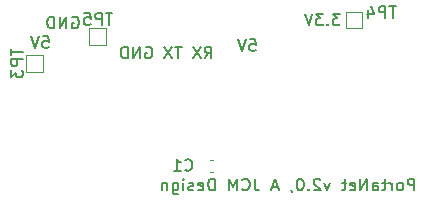
<source format=gbr>
G04 #@! TF.GenerationSoftware,KiCad,Pcbnew,6.0.4+dfsg-1*
G04 #@! TF.CreationDate,2022-03-26T10:07:46-04:00*
G04 #@! TF.ProjectId,PortaNet,506f7274-614e-4657-942e-6b696361645f,rev?*
G04 #@! TF.SameCoordinates,Original*
G04 #@! TF.FileFunction,Legend,Bot*
G04 #@! TF.FilePolarity,Positive*
%FSLAX46Y46*%
G04 Gerber Fmt 4.6, Leading zero omitted, Abs format (unit mm)*
G04 Created by KiCad (PCBNEW 6.0.4+dfsg-1) date 2022-03-26 10:07:46*
%MOMM*%
%LPD*%
G01*
G04 APERTURE LIST*
%ADD10C,0.150000*%
%ADD11C,0.120000*%
G04 APERTURE END LIST*
D10*
X138683904Y-64016000D02*
X138779142Y-63968380D01*
X138922000Y-63968380D01*
X139064857Y-64016000D01*
X139160095Y-64111238D01*
X139207714Y-64206476D01*
X139255333Y-64396952D01*
X139255333Y-64539809D01*
X139207714Y-64730285D01*
X139160095Y-64825523D01*
X139064857Y-64920761D01*
X138922000Y-64968380D01*
X138826761Y-64968380D01*
X138683904Y-64920761D01*
X138636285Y-64873142D01*
X138636285Y-64539809D01*
X138826761Y-64539809D01*
X138207714Y-64968380D02*
X138207714Y-63968380D01*
X137636285Y-64968380D01*
X137636285Y-63968380D01*
X137160095Y-64968380D02*
X137160095Y-63968380D01*
X136922000Y-63968380D01*
X136779142Y-64016000D01*
X136683904Y-64111238D01*
X136636285Y-64206476D01*
X136588666Y-64396952D01*
X136588666Y-64539809D01*
X136636285Y-64730285D01*
X136683904Y-64825523D01*
X136779142Y-64920761D01*
X136922000Y-64968380D01*
X137160095Y-64968380D01*
X144906904Y-66556000D02*
X145002142Y-66508380D01*
X145145000Y-66508380D01*
X145287857Y-66556000D01*
X145383095Y-66651238D01*
X145430714Y-66746476D01*
X145478333Y-66936952D01*
X145478333Y-67079809D01*
X145430714Y-67270285D01*
X145383095Y-67365523D01*
X145287857Y-67460761D01*
X145145000Y-67508380D01*
X145049761Y-67508380D01*
X144906904Y-67460761D01*
X144859285Y-67413142D01*
X144859285Y-67079809D01*
X145049761Y-67079809D01*
X144430714Y-67508380D02*
X144430714Y-66508380D01*
X143859285Y-67508380D01*
X143859285Y-66508380D01*
X143383095Y-67508380D02*
X143383095Y-66508380D01*
X143145000Y-66508380D01*
X143002142Y-66556000D01*
X142906904Y-66651238D01*
X142859285Y-66746476D01*
X142811666Y-66936952D01*
X142811666Y-67079809D01*
X142859285Y-67270285D01*
X142906904Y-67365523D01*
X143002142Y-67460761D01*
X143145000Y-67508380D01*
X143383095Y-67508380D01*
X147954904Y-66508380D02*
X147383476Y-66508380D01*
X147669190Y-67508380D02*
X147669190Y-66508380D01*
X147145380Y-66508380D02*
X146478714Y-67508380D01*
X146478714Y-66508380D02*
X147145380Y-67508380D01*
X153733476Y-65873380D02*
X154209666Y-65873380D01*
X154257285Y-66349571D01*
X154209666Y-66301952D01*
X154114428Y-66254333D01*
X153876333Y-66254333D01*
X153781095Y-66301952D01*
X153733476Y-66349571D01*
X153685857Y-66444809D01*
X153685857Y-66682904D01*
X153733476Y-66778142D01*
X153781095Y-66825761D01*
X153876333Y-66873380D01*
X154114428Y-66873380D01*
X154209666Y-66825761D01*
X154257285Y-66778142D01*
X153400142Y-65873380D02*
X153066809Y-66873380D01*
X152733476Y-65873380D01*
X136207476Y-65619380D02*
X136683666Y-65619380D01*
X136731285Y-66095571D01*
X136683666Y-66047952D01*
X136588428Y-66000333D01*
X136350333Y-66000333D01*
X136255095Y-66047952D01*
X136207476Y-66095571D01*
X136159857Y-66190809D01*
X136159857Y-66428904D01*
X136207476Y-66524142D01*
X136255095Y-66571761D01*
X136350333Y-66619380D01*
X136588428Y-66619380D01*
X136683666Y-66571761D01*
X136731285Y-66524142D01*
X135874142Y-65619380D02*
X135540809Y-66619380D01*
X135207476Y-65619380D01*
X161369190Y-63714380D02*
X160750142Y-63714380D01*
X161083476Y-64095333D01*
X160940619Y-64095333D01*
X160845380Y-64142952D01*
X160797761Y-64190571D01*
X160750142Y-64285809D01*
X160750142Y-64523904D01*
X160797761Y-64619142D01*
X160845380Y-64666761D01*
X160940619Y-64714380D01*
X161226333Y-64714380D01*
X161321571Y-64666761D01*
X161369190Y-64619142D01*
X160321571Y-64619142D02*
X160273952Y-64666761D01*
X160321571Y-64714380D01*
X160369190Y-64666761D01*
X160321571Y-64619142D01*
X160321571Y-64714380D01*
X159940619Y-63714380D02*
X159321571Y-63714380D01*
X159654904Y-64095333D01*
X159512047Y-64095333D01*
X159416809Y-64142952D01*
X159369190Y-64190571D01*
X159321571Y-64285809D01*
X159321571Y-64523904D01*
X159369190Y-64619142D01*
X159416809Y-64666761D01*
X159512047Y-64714380D01*
X159797761Y-64714380D01*
X159893000Y-64666761D01*
X159940619Y-64619142D01*
X159035857Y-63714380D02*
X158702523Y-64714380D01*
X158369190Y-63714380D01*
X167662476Y-78684380D02*
X167662476Y-77684380D01*
X167281523Y-77684380D01*
X167186285Y-77732000D01*
X167138666Y-77779619D01*
X167091047Y-77874857D01*
X167091047Y-78017714D01*
X167138666Y-78112952D01*
X167186285Y-78160571D01*
X167281523Y-78208190D01*
X167662476Y-78208190D01*
X166519619Y-78684380D02*
X166614857Y-78636761D01*
X166662476Y-78589142D01*
X166710095Y-78493904D01*
X166710095Y-78208190D01*
X166662476Y-78112952D01*
X166614857Y-78065333D01*
X166519619Y-78017714D01*
X166376761Y-78017714D01*
X166281523Y-78065333D01*
X166233904Y-78112952D01*
X166186285Y-78208190D01*
X166186285Y-78493904D01*
X166233904Y-78589142D01*
X166281523Y-78636761D01*
X166376761Y-78684380D01*
X166519619Y-78684380D01*
X165757714Y-78684380D02*
X165757714Y-78017714D01*
X165757714Y-78208190D02*
X165710095Y-78112952D01*
X165662476Y-78065333D01*
X165567238Y-78017714D01*
X165472000Y-78017714D01*
X165281523Y-78017714D02*
X164900571Y-78017714D01*
X165138666Y-77684380D02*
X165138666Y-78541523D01*
X165091047Y-78636761D01*
X164995809Y-78684380D01*
X164900571Y-78684380D01*
X164138666Y-78684380D02*
X164138666Y-78160571D01*
X164186285Y-78065333D01*
X164281523Y-78017714D01*
X164472000Y-78017714D01*
X164567238Y-78065333D01*
X164138666Y-78636761D02*
X164233904Y-78684380D01*
X164472000Y-78684380D01*
X164567238Y-78636761D01*
X164614857Y-78541523D01*
X164614857Y-78446285D01*
X164567238Y-78351047D01*
X164472000Y-78303428D01*
X164233904Y-78303428D01*
X164138666Y-78255809D01*
X163662476Y-78684380D02*
X163662476Y-77684380D01*
X163091047Y-78684380D01*
X163091047Y-77684380D01*
X162233904Y-78636761D02*
X162329142Y-78684380D01*
X162519619Y-78684380D01*
X162614857Y-78636761D01*
X162662476Y-78541523D01*
X162662476Y-78160571D01*
X162614857Y-78065333D01*
X162519619Y-78017714D01*
X162329142Y-78017714D01*
X162233904Y-78065333D01*
X162186285Y-78160571D01*
X162186285Y-78255809D01*
X162662476Y-78351047D01*
X161900571Y-78017714D02*
X161519619Y-78017714D01*
X161757714Y-77684380D02*
X161757714Y-78541523D01*
X161710095Y-78636761D01*
X161614857Y-78684380D01*
X161519619Y-78684380D01*
X160519619Y-78017714D02*
X160281523Y-78684380D01*
X160043428Y-78017714D01*
X159710095Y-77779619D02*
X159662476Y-77732000D01*
X159567238Y-77684380D01*
X159329142Y-77684380D01*
X159233904Y-77732000D01*
X159186285Y-77779619D01*
X159138666Y-77874857D01*
X159138666Y-77970095D01*
X159186285Y-78112952D01*
X159757714Y-78684380D01*
X159138666Y-78684380D01*
X158710095Y-78589142D02*
X158662476Y-78636761D01*
X158710095Y-78684380D01*
X158757714Y-78636761D01*
X158710095Y-78589142D01*
X158710095Y-78684380D01*
X158043428Y-77684380D02*
X157948190Y-77684380D01*
X157852952Y-77732000D01*
X157805333Y-77779619D01*
X157757714Y-77874857D01*
X157710095Y-78065333D01*
X157710095Y-78303428D01*
X157757714Y-78493904D01*
X157805333Y-78589142D01*
X157852952Y-78636761D01*
X157948190Y-78684380D01*
X158043428Y-78684380D01*
X158138666Y-78636761D01*
X158186285Y-78589142D01*
X158233904Y-78493904D01*
X158281523Y-78303428D01*
X158281523Y-78065333D01*
X158233904Y-77874857D01*
X158186285Y-77779619D01*
X158138666Y-77732000D01*
X158043428Y-77684380D01*
X157233904Y-78636761D02*
X157233904Y-78684380D01*
X157281523Y-78779619D01*
X157329142Y-78827238D01*
X156091047Y-78398666D02*
X155614857Y-78398666D01*
X156186285Y-78684380D02*
X155852952Y-77684380D01*
X155519619Y-78684380D01*
X154138666Y-77684380D02*
X154138666Y-78398666D01*
X154186285Y-78541523D01*
X154281523Y-78636761D01*
X154424380Y-78684380D01*
X154519619Y-78684380D01*
X153091047Y-78589142D02*
X153138666Y-78636761D01*
X153281523Y-78684380D01*
X153376761Y-78684380D01*
X153519619Y-78636761D01*
X153614857Y-78541523D01*
X153662476Y-78446285D01*
X153710095Y-78255809D01*
X153710095Y-78112952D01*
X153662476Y-77922476D01*
X153614857Y-77827238D01*
X153519619Y-77732000D01*
X153376761Y-77684380D01*
X153281523Y-77684380D01*
X153138666Y-77732000D01*
X153091047Y-77779619D01*
X152662476Y-78684380D02*
X152662476Y-77684380D01*
X152329142Y-78398666D01*
X151995809Y-77684380D01*
X151995809Y-78684380D01*
X150757714Y-78684380D02*
X150757714Y-77684380D01*
X150519619Y-77684380D01*
X150376761Y-77732000D01*
X150281523Y-77827238D01*
X150233904Y-77922476D01*
X150186285Y-78112952D01*
X150186285Y-78255809D01*
X150233904Y-78446285D01*
X150281523Y-78541523D01*
X150376761Y-78636761D01*
X150519619Y-78684380D01*
X150757714Y-78684380D01*
X149376761Y-78636761D02*
X149472000Y-78684380D01*
X149662476Y-78684380D01*
X149757714Y-78636761D01*
X149805333Y-78541523D01*
X149805333Y-78160571D01*
X149757714Y-78065333D01*
X149662476Y-78017714D01*
X149472000Y-78017714D01*
X149376761Y-78065333D01*
X149329142Y-78160571D01*
X149329142Y-78255809D01*
X149805333Y-78351047D01*
X148948190Y-78636761D02*
X148852952Y-78684380D01*
X148662476Y-78684380D01*
X148567238Y-78636761D01*
X148519619Y-78541523D01*
X148519619Y-78493904D01*
X148567238Y-78398666D01*
X148662476Y-78351047D01*
X148805333Y-78351047D01*
X148900571Y-78303428D01*
X148948190Y-78208190D01*
X148948190Y-78160571D01*
X148900571Y-78065333D01*
X148805333Y-78017714D01*
X148662476Y-78017714D01*
X148567238Y-78065333D01*
X148091047Y-78684380D02*
X148091047Y-78017714D01*
X148091047Y-77684380D02*
X148138666Y-77732000D01*
X148091047Y-77779619D01*
X148043428Y-77732000D01*
X148091047Y-77684380D01*
X148091047Y-77779619D01*
X147186285Y-78017714D02*
X147186285Y-78827238D01*
X147233904Y-78922476D01*
X147281523Y-78970095D01*
X147376761Y-79017714D01*
X147519619Y-79017714D01*
X147614857Y-78970095D01*
X147186285Y-78636761D02*
X147281523Y-78684380D01*
X147472000Y-78684380D01*
X147567238Y-78636761D01*
X147614857Y-78589142D01*
X147662476Y-78493904D01*
X147662476Y-78208190D01*
X147614857Y-78112952D01*
X147567238Y-78065333D01*
X147472000Y-78017714D01*
X147281523Y-78017714D01*
X147186285Y-78065333D01*
X146710095Y-78017714D02*
X146710095Y-78684380D01*
X146710095Y-78112952D02*
X146662476Y-78065333D01*
X146567238Y-78017714D01*
X146424380Y-78017714D01*
X146329142Y-78065333D01*
X146281523Y-78160571D01*
X146281523Y-78684380D01*
X149899666Y-67508380D02*
X150233000Y-67032190D01*
X150471095Y-67508380D02*
X150471095Y-66508380D01*
X150090142Y-66508380D01*
X149994904Y-66556000D01*
X149947285Y-66603619D01*
X149899666Y-66698857D01*
X149899666Y-66841714D01*
X149947285Y-66936952D01*
X149994904Y-66984571D01*
X150090142Y-67032190D01*
X150471095Y-67032190D01*
X149566333Y-66508380D02*
X148899666Y-67508380D01*
X148899666Y-66508380D02*
X149566333Y-67508380D01*
X133513380Y-66683095D02*
X133513380Y-67254523D01*
X134513380Y-66968809D02*
X133513380Y-66968809D01*
X134513380Y-67587857D02*
X133513380Y-67587857D01*
X133513380Y-67968809D01*
X133561000Y-68064047D01*
X133608619Y-68111666D01*
X133703857Y-68159285D01*
X133846714Y-68159285D01*
X133941952Y-68111666D01*
X133989571Y-68064047D01*
X134037190Y-67968809D01*
X134037190Y-67587857D01*
X133513380Y-68492619D02*
X133513380Y-69111666D01*
X133894333Y-68778333D01*
X133894333Y-68921190D01*
X133941952Y-69016428D01*
X133989571Y-69064047D01*
X134084809Y-69111666D01*
X134322904Y-69111666D01*
X134418142Y-69064047D01*
X134465761Y-69016428D01*
X134513380Y-68921190D01*
X134513380Y-68635476D01*
X134465761Y-68540238D01*
X134418142Y-68492619D01*
X148248666Y-76938142D02*
X148296285Y-76985761D01*
X148439142Y-77033380D01*
X148534380Y-77033380D01*
X148677238Y-76985761D01*
X148772476Y-76890523D01*
X148820095Y-76795285D01*
X148867714Y-76604809D01*
X148867714Y-76461952D01*
X148820095Y-76271476D01*
X148772476Y-76176238D01*
X148677238Y-76081000D01*
X148534380Y-76033380D01*
X148439142Y-76033380D01*
X148296285Y-76081000D01*
X148248666Y-76128619D01*
X147296285Y-77033380D02*
X147867714Y-77033380D01*
X147582000Y-77033380D02*
X147582000Y-76033380D01*
X147677238Y-76176238D01*
X147772476Y-76271476D01*
X147867714Y-76319095D01*
X166107904Y-63079380D02*
X165536476Y-63079380D01*
X165822190Y-64079380D02*
X165822190Y-63079380D01*
X165203142Y-64079380D02*
X165203142Y-63079380D01*
X164822190Y-63079380D01*
X164726952Y-63127000D01*
X164679333Y-63174619D01*
X164631714Y-63269857D01*
X164631714Y-63412714D01*
X164679333Y-63507952D01*
X164726952Y-63555571D01*
X164822190Y-63603190D01*
X165203142Y-63603190D01*
X163774571Y-63412714D02*
X163774571Y-64079380D01*
X164012666Y-63031761D02*
X164250761Y-63746047D01*
X163631714Y-63746047D01*
X142104904Y-63663380D02*
X141533476Y-63663380D01*
X141819190Y-64663380D02*
X141819190Y-63663380D01*
X141200142Y-64663380D02*
X141200142Y-63663380D01*
X140819190Y-63663380D01*
X140723952Y-63711000D01*
X140676333Y-63758619D01*
X140628714Y-63853857D01*
X140628714Y-63996714D01*
X140676333Y-64091952D01*
X140723952Y-64139571D01*
X140819190Y-64187190D01*
X141200142Y-64187190D01*
X139723952Y-63663380D02*
X140200142Y-63663380D01*
X140247761Y-64139571D01*
X140200142Y-64091952D01*
X140104904Y-64044333D01*
X139866809Y-64044333D01*
X139771571Y-64091952D01*
X139723952Y-64139571D01*
X139676333Y-64234809D01*
X139676333Y-64472904D01*
X139723952Y-64568142D01*
X139771571Y-64615761D01*
X139866809Y-64663380D01*
X140104904Y-64663380D01*
X140200142Y-64615761D01*
X140247761Y-64568142D01*
D11*
X134809000Y-68645000D02*
X136209000Y-68645000D01*
X136209000Y-67245000D02*
X134809000Y-67245000D01*
X136209000Y-68645000D02*
X136209000Y-67245000D01*
X134809000Y-67245000D02*
X134809000Y-68645000D01*
X150635580Y-76071000D02*
X150354420Y-76071000D01*
X150635580Y-77091000D02*
X150354420Y-77091000D01*
X163260000Y-63562000D02*
X161860000Y-63562000D01*
X161860000Y-64962000D02*
X163260000Y-64962000D01*
X161860000Y-63562000D02*
X161860000Y-64962000D01*
X163260000Y-64962000D02*
X163260000Y-63562000D01*
X140143000Y-64959000D02*
X140143000Y-66359000D01*
X141543000Y-66359000D02*
X141543000Y-64959000D01*
X141543000Y-64959000D02*
X140143000Y-64959000D01*
X140143000Y-66359000D02*
X141543000Y-66359000D01*
M02*

</source>
